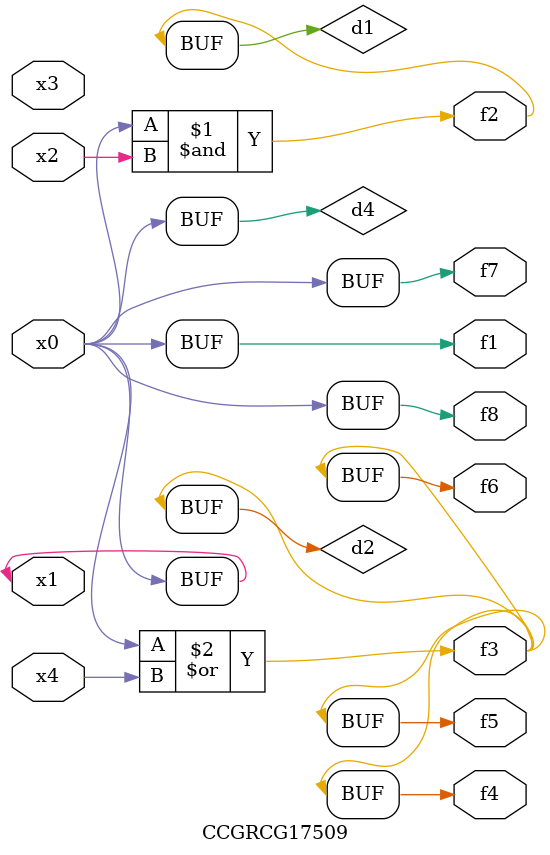
<source format=v>
module CCGRCG17509(
	input x0, x1, x2, x3, x4,
	output f1, f2, f3, f4, f5, f6, f7, f8
);

	wire d1, d2, d3, d4;

	and (d1, x0, x2);
	or (d2, x0, x4);
	nand (d3, x0, x2);
	buf (d4, x0, x1);
	assign f1 = d4;
	assign f2 = d1;
	assign f3 = d2;
	assign f4 = d2;
	assign f5 = d2;
	assign f6 = d2;
	assign f7 = d4;
	assign f8 = d4;
endmodule

</source>
